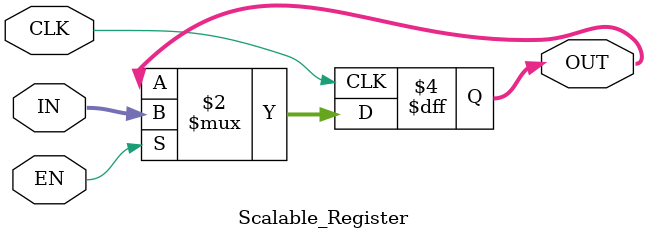
<source format=sv>
`timescale 1ns/1ns

module Scalable_Register(CLK, EN, IN, OUT);
    parameter SIZE = 8;
    
    input CLK, EN;
    input [SIZE - 1:0] IN;
    output reg [SIZE - 1:0] OUT;
    
    always@(posedge CLK)
    begin
        if(EN)
            OUT <= IN;
    end

endmodule

</source>
